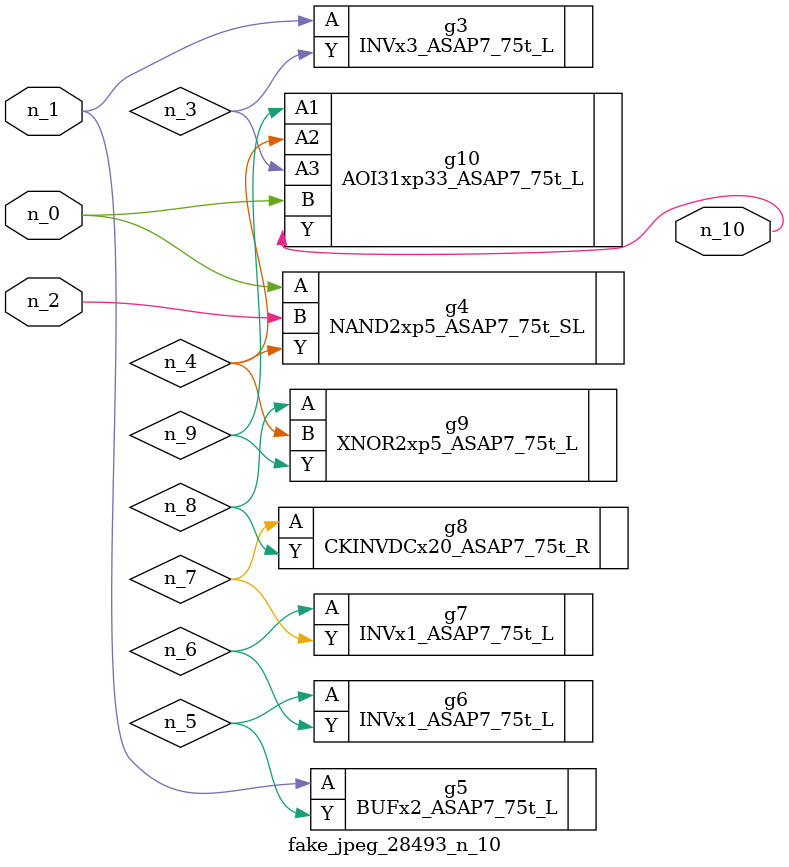
<source format=v>
module fake_jpeg_28493_n_10 (n_0, n_2, n_1, n_10);

input n_0;
input n_2;
input n_1;

output n_10;

wire n_3;
wire n_4;
wire n_8;
wire n_9;
wire n_6;
wire n_5;
wire n_7;

INVx3_ASAP7_75t_L g3 ( 
.A(n_1),
.Y(n_3)
);

NAND2xp5_ASAP7_75t_SL g4 ( 
.A(n_0),
.B(n_2),
.Y(n_4)
);

BUFx2_ASAP7_75t_L g5 ( 
.A(n_1),
.Y(n_5)
);

INVx1_ASAP7_75t_L g6 ( 
.A(n_5),
.Y(n_6)
);

INVx1_ASAP7_75t_L g7 ( 
.A(n_6),
.Y(n_7)
);

CKINVDCx20_ASAP7_75t_R g8 ( 
.A(n_7),
.Y(n_8)
);

XNOR2xp5_ASAP7_75t_L g9 ( 
.A(n_8),
.B(n_4),
.Y(n_9)
);

AOI31xp33_ASAP7_75t_L g10 ( 
.A1(n_9),
.A2(n_4),
.A3(n_3),
.B(n_0),
.Y(n_10)
);


endmodule
</source>
